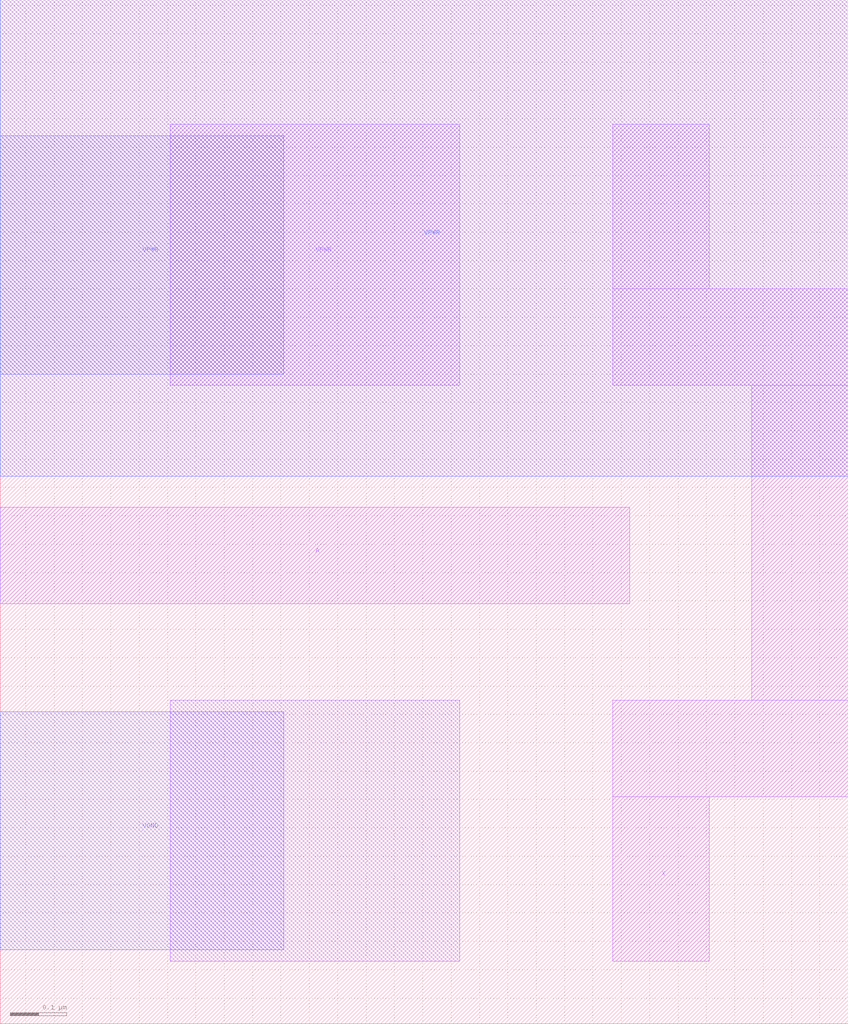
<source format=lef>
VERSION 5.7 ;
  NOWIREEXTENSIONATPIN ON ;
  DIVIDERCHAR "/" ;
  BUSBITCHARS "[]" ;
MACRO my_inverter
  CLASS BLOCK ;
  FOREIGN my_inverter ;
  ORIGIN 0.945 0.495 ;
  SIZE 1.495 BY 1.805 ;
  PIN A
    ANTENNAGATEAREA 0.126000 ;
    PORT
      LAYER li1 ;
        RECT -0.945 0.245 0.165 0.415 ;
    END
  END A
  PIN X
    ANTENNADIFFAREA 0.243600 ;
    PORT
      LAYER li1 ;
        RECT 0.135 0.800 0.305 1.090 ;
        RECT 0.135 0.630 0.550 0.800 ;
        RECT 0.380 0.075 0.550 0.630 ;
        RECT 0.135 -0.095 0.550 0.075 ;
        RECT 0.135 -0.385 0.305 -0.095 ;
    END
  END X
  PIN VGND
    USE GROUND ;
    PORT
      LAYER met1 ;
        RECT -0.945 -0.365 -0.445 0.055 ;
    END
  END VGND
  PIN VPWR
    USE POWER ;
    PORT
      LAYER nwell ;
        RECT -0.945 0.470 0.550 1.310 ;
      LAYER li1 ;
        RECT -0.645 0.630 -0.135 1.090 ;
      LAYER met1 ;
        RECT -0.945 0.650 -0.445 1.070 ;
    END
  END VPWR
  OBS
      LAYER li1 ;
        RECT -0.645 -0.385 -0.135 0.075 ;
  END
END my_inverter
END LIBRARY


</source>
